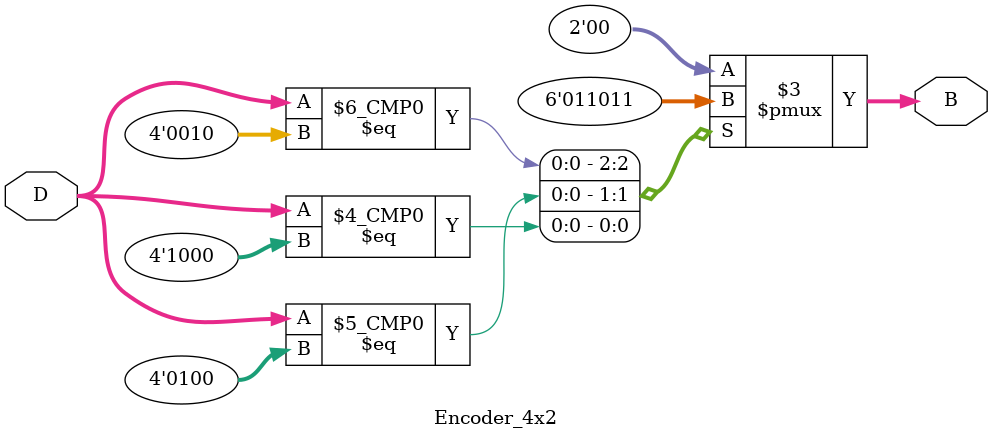
<source format=v>

`timescale 1ns / 1ps

module Encoder_4x2(
    input [3:0] D,
    output reg [1:0] B
    );
    
    always @(*) begin
        case (D)
            4'b0001: B <= 2'b00;
            4'b0010: B <= 2'b01;
            4'b0100: B <= 2'b10;
            4'b1000: B <= 2'b11;
            default: B <= 2'b00;
        endcase
    end
endmodule

</source>
